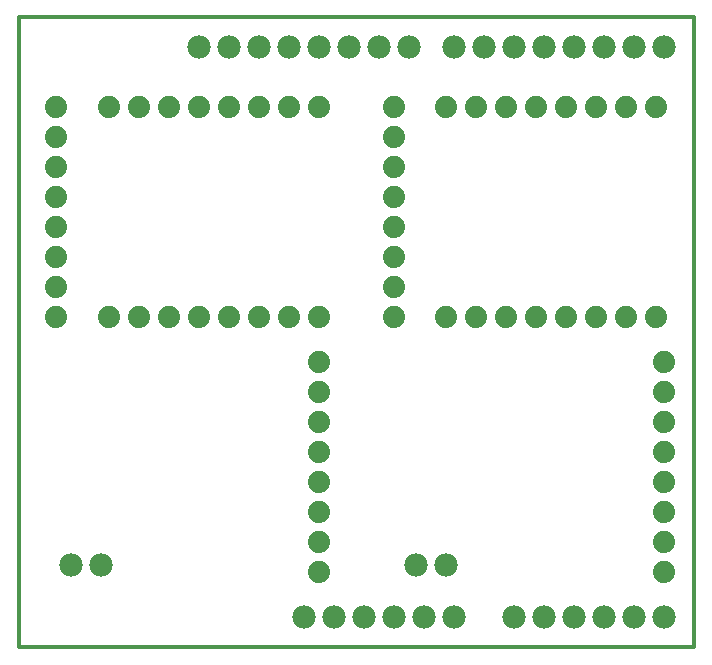
<source format=gbs>
G75*
%MOIN*%
%OFA0B0*%
%FSLAX24Y24*%
%IPPOS*%
%LPD*%
%AMOC8*
5,1,8,0,0,1.08239X$1,22.5*
%
%ADD10C,0.0120*%
%ADD11C,0.0740*%
%ADD12C,0.0780*%
D10*
X006252Y000160D02*
X006252Y021156D01*
X028747Y021156D01*
X028747Y000160D01*
X006252Y000160D01*
D11*
X016252Y002660D03*
X016252Y003660D03*
X016252Y004660D03*
X016252Y005660D03*
X016252Y006660D03*
X016252Y007660D03*
X016252Y008660D03*
X016252Y009660D03*
X016252Y011160D03*
X015252Y011160D03*
X014252Y011160D03*
X013252Y011160D03*
X012252Y011160D03*
X011252Y011160D03*
X010252Y011160D03*
X009252Y011160D03*
X007502Y011160D03*
X007502Y012160D03*
X007502Y013160D03*
X007502Y014160D03*
X007502Y015160D03*
X007502Y016160D03*
X007502Y017160D03*
X007502Y018160D03*
X009252Y018160D03*
X010252Y018160D03*
X011252Y018160D03*
X012252Y018160D03*
X013252Y018160D03*
X014252Y018160D03*
X015252Y018160D03*
X016252Y018160D03*
X018752Y018160D03*
X018752Y017160D03*
X018752Y016160D03*
X018752Y015160D03*
X018752Y014160D03*
X018752Y013160D03*
X018752Y012160D03*
X018752Y011160D03*
X020502Y011160D03*
X021502Y011160D03*
X022502Y011160D03*
X023502Y011160D03*
X024502Y011160D03*
X025502Y011160D03*
X026502Y011160D03*
X027502Y011160D03*
X027752Y009660D03*
X027752Y008660D03*
X027752Y007660D03*
X027752Y006660D03*
X027752Y005660D03*
X027752Y004660D03*
X027752Y003660D03*
X027752Y002660D03*
X027502Y018160D03*
X026502Y018160D03*
X025502Y018160D03*
X024502Y018160D03*
X023502Y018160D03*
X022502Y018160D03*
X021502Y018160D03*
X020502Y018160D03*
D12*
X020752Y020160D03*
X021752Y020160D03*
X022752Y020160D03*
X023752Y020160D03*
X024752Y020160D03*
X025752Y020160D03*
X026752Y020160D03*
X027752Y020160D03*
X019252Y020160D03*
X018252Y020160D03*
X017252Y020160D03*
X016252Y020160D03*
X015252Y020160D03*
X014252Y020160D03*
X013252Y020160D03*
X012252Y020160D03*
X009002Y002910D03*
X008002Y002910D03*
X015752Y001160D03*
X016752Y001160D03*
X017752Y001160D03*
X018752Y001160D03*
X019752Y001160D03*
X020752Y001160D03*
X022752Y001160D03*
X023752Y001160D03*
X024752Y001160D03*
X025752Y001160D03*
X026752Y001160D03*
X027752Y001160D03*
X020502Y002910D03*
X019502Y002910D03*
M02*

</source>
